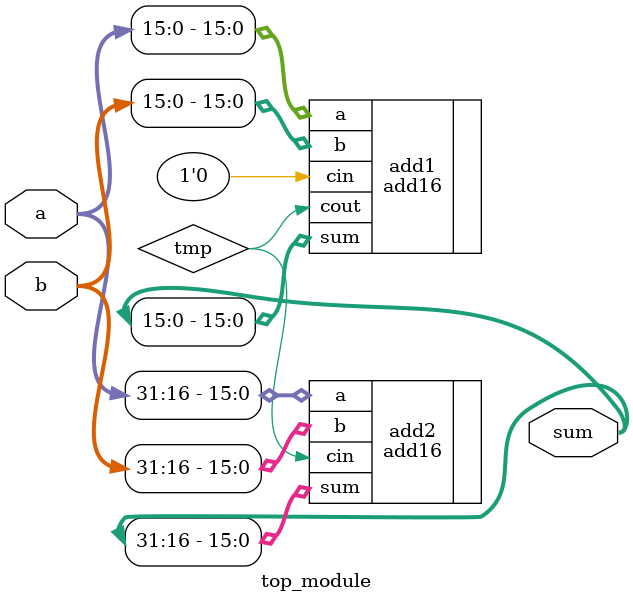
<source format=v>
module top_module(
    input [31:0] a,
    input [31:0] b,
    output [31:0] sum
);
    wire tmp;
    add16 add1(.a(a[15:0]), .b(b[15:0]),.cin(1'b0), .sum(sum[15:0]), .cout(tmp));
    add16 add2(.a(a[31:16]), .b(b[31:16]),.cin(tmp), .sum(sum[31:16]));
    
endmodule

</source>
